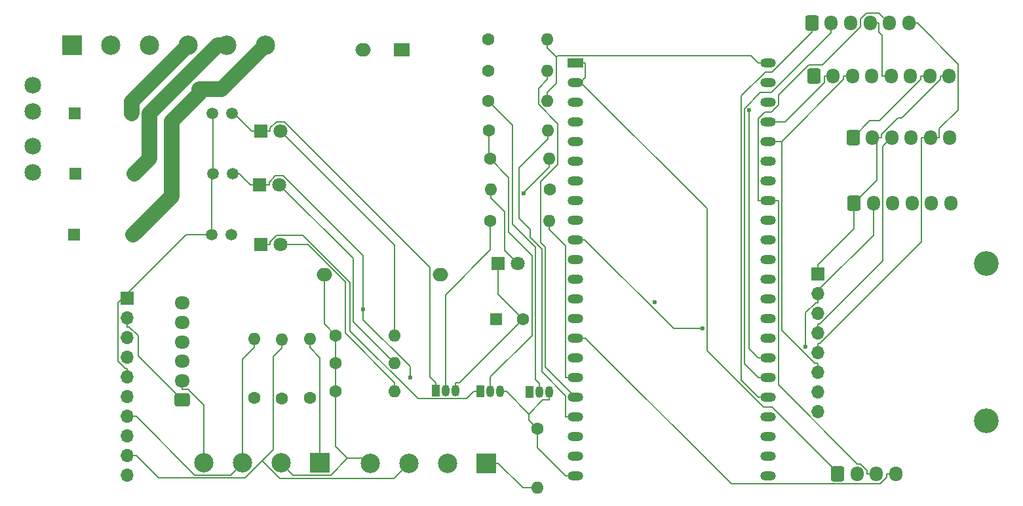
<source format=gbr>
%TF.GenerationSoftware,KiCad,Pcbnew,8.0.8*%
%TF.CreationDate,2026-01-05T18:13:38-07:00*%
%TF.ProjectId,Traeger rev 2.3.0.kicad_pro,54726165-6765-4722-9072-657620322e33,rev?*%
%TF.SameCoordinates,Original*%
%TF.FileFunction,Copper,L2,Bot*%
%TF.FilePolarity,Positive*%
%FSLAX46Y46*%
G04 Gerber Fmt 4.6, Leading zero omitted, Abs format (unit mm)*
G04 Created by KiCad (PCBNEW 8.0.8) date 2026-01-05 18:13:38*
%MOMM*%
%LPD*%
G01*
G04 APERTURE LIST*
G04 Aperture macros list*
%AMRoundRect*
0 Rectangle with rounded corners*
0 $1 Rounding radius*
0 $2 $3 $4 $5 $6 $7 $8 $9 X,Y pos of 4 corners*
0 Add a 4 corners polygon primitive as box body*
4,1,4,$2,$3,$4,$5,$6,$7,$8,$9,$2,$3,0*
0 Add four circle primitives for the rounded corners*
1,1,$1+$1,$2,$3*
1,1,$1+$1,$4,$5*
1,1,$1+$1,$6,$7*
1,1,$1+$1,$8,$9*
0 Add four rect primitives between the rounded corners*
20,1,$1+$1,$2,$3,$4,$5,0*
20,1,$1+$1,$4,$5,$6,$7,0*
20,1,$1+$1,$6,$7,$8,$9,0*
20,1,$1+$1,$8,$9,$2,$3,0*%
G04 Aperture macros list end*
%TA.AperFunction,ComponentPad*%
%ADD10C,1.600000*%
%TD*%
%TA.AperFunction,ComponentPad*%
%ADD11O,1.600000X1.600000*%
%TD*%
%TA.AperFunction,ComponentPad*%
%ADD12C,2.159000*%
%TD*%
%TA.AperFunction,ComponentPad*%
%ADD13R,1.800000X1.800000*%
%TD*%
%TA.AperFunction,ComponentPad*%
%ADD14C,1.800000*%
%TD*%
%TA.AperFunction,ComponentPad*%
%ADD15R,2.500000X2.500000*%
%TD*%
%TA.AperFunction,ComponentPad*%
%ADD16C,2.500000*%
%TD*%
%TA.AperFunction,ComponentPad*%
%ADD17R,2.000000X1.200000*%
%TD*%
%TA.AperFunction,ComponentPad*%
%ADD18O,2.000000X1.200000*%
%TD*%
%TA.AperFunction,ComponentPad*%
%ADD19RoundRect,0.250000X0.725000X-0.600000X0.725000X0.600000X-0.725000X0.600000X-0.725000X-0.600000X0*%
%TD*%
%TA.AperFunction,ComponentPad*%
%ADD20O,1.950000X1.700000*%
%TD*%
%TA.AperFunction,ComponentPad*%
%ADD21RoundRect,0.250000X-0.600000X-0.725000X0.600000X-0.725000X0.600000X0.725000X-0.600000X0.725000X0*%
%TD*%
%TA.AperFunction,ComponentPad*%
%ADD22O,1.700000X1.950000*%
%TD*%
%TA.AperFunction,ComponentPad*%
%ADD23R,1.700000X1.700000*%
%TD*%
%TA.AperFunction,ComponentPad*%
%ADD24O,1.700000X1.700000*%
%TD*%
%TA.AperFunction,ComponentPad*%
%ADD25R,1.508000X1.508000*%
%TD*%
%TA.AperFunction,ComponentPad*%
%ADD26C,1.508000*%
%TD*%
%TA.AperFunction,ComponentPad*%
%ADD27C,3.200000*%
%TD*%
%TA.AperFunction,ComponentPad*%
%ADD28R,1.050000X1.500000*%
%TD*%
%TA.AperFunction,ComponentPad*%
%ADD29O,1.050000X1.500000*%
%TD*%
%TA.AperFunction,ComponentPad*%
%ADD30R,2.000000X1.700000*%
%TD*%
%TA.AperFunction,ComponentPad*%
%ADD31O,2.000000X1.700000*%
%TD*%
%TA.AperFunction,ComponentPad*%
%ADD32R,1.600000X1.600000*%
%TD*%
%TA.AperFunction,ViaPad*%
%ADD33C,0.600000*%
%TD*%
%TA.AperFunction,Conductor*%
%ADD34C,0.200000*%
%TD*%
%TA.AperFunction,Conductor*%
%ADD35C,2.000000*%
%TD*%
G04 APERTURE END LIST*
D10*
%TO.P,R6,1*%
%TO.N,Net-(Q2-B)*%
X171680000Y-63690000D03*
D11*
%TO.P,R6,2*%
%TO.N,GND*%
X179300000Y-63690000D03*
%TD*%
D12*
%TO.P,F1,1*%
%TO.N,Net-(J9-Pin_1)*%
X112810000Y-61658000D03*
X112810000Y-65064001D03*
%TO.P,F1,2*%
%TO.N,PWR*%
X112810000Y-69534002D03*
X112810000Y-72940004D03*
%TD*%
D13*
%TO.P,D7,1,K*%
%TO.N,Net-(D7-K)*%
X142260000Y-82250000D03*
D14*
%TO.P,D7,2,A*%
%TO.N,Net-(D7-A)*%
X144800000Y-82250000D03*
%TD*%
D13*
%TO.P,D1,1,K*%
%TO.N,Net-(D1-K)*%
X142280000Y-67570000D03*
D14*
%TO.P,D1,2,A*%
%TO.N,Net-(D1-A)*%
X144820000Y-67570000D03*
%TD*%
D10*
%TO.P,R23,1*%
%TO.N,VCC*%
X179630000Y-75120000D03*
D11*
%TO.P,R23,2*%
%TO.N,Net-(D9-A)*%
X172010000Y-75120000D03*
%TD*%
D15*
%TO.P,J7,1,Pin_1*%
%TO.N,ADC1_A1*%
X149910000Y-110440000D03*
D16*
%TO.P,J7,2,Pin_2*%
%TO.N,VCC*%
X144910000Y-110440000D03*
%TO.P,J7,3,Pin_3*%
%TO.N,ADC1_A0*%
X139910000Y-110440000D03*
%TO.P,J7,4,Pin_4*%
%TO.N,VCC*%
X134910000Y-110440000D03*
%TD*%
D17*
%TO.P,U1,1,3V3*%
%TO.N,3V3*%
X182930000Y-58740000D03*
D18*
%TO.P,U1,2,3V3*%
X182930000Y-61280000D03*
%TO.P,U1,3,CHIP_PU*%
%TO.N,unconnected-(U1-CHIP_PU-Pad3)*%
X182930000Y-63820000D03*
%TO.P,U1,4,GPIO4/ADC1_CH3*%
%TO.N,MISO_SDO*%
X182930000Y-66360000D03*
%TO.P,U1,5,GPIO5/ADC1_CH4*%
%TO.N,Disp_D{slash}C*%
X182930000Y-68900000D03*
%TO.P,U1,6,GPIO6/ADC1_CH5*%
%TO.N,Disp_RESET*%
X182930000Y-71440000D03*
%TO.P,U1,7,GPIO7/ADC1_CH6*%
%TO.N,Disp_CS*%
X182930000Y-73980000D03*
%TO.P,U1,8,GPIO15/ADC2_CH4/32K_P*%
%TO.N,CS_MAX6675*%
X182930000Y-76520000D03*
%TO.P,U1,9,GPIO16/ADC2_CH5/32K_N*%
%TO.N,unconnected-(U1-GPIO16{slash}ADC2_CH5{slash}32K_N-Pad9)*%
X182930000Y-79060000D03*
%TO.P,U1,10,GPIO17/ADC2_CH6*%
%TO.N,MAX31865_CS*%
X182930000Y-81600000D03*
%TO.P,U1,11,GPIO18/ADC2_CH7*%
%TO.N,Rotary pin_a*%
X182930000Y-84140000D03*
%TO.P,U1,12,GPIO8/ADC1_CH7*%
%TO.N,Rotary pin_b*%
X182930000Y-86680000D03*
%TO.P,U1,13,GPIO3/ADC1_CH2*%
%TO.N,Rotarty - SW*%
X182930000Y-89220000D03*
%TO.P,U1,14,GPIO46*%
%TO.N,unconnected-(U1-GPIO46-Pad14)*%
X182930000Y-91760000D03*
%TO.P,U1,15,GPIO9/ADC1_CH8*%
%TO.N,SDA*%
X182930000Y-94300000D03*
%TO.P,U1,16,GPIO10/ADC1_CH9*%
%TO.N,POWER SW*%
X182930000Y-96840000D03*
%TO.P,U1,17,GPIO11/ADC2_CH0*%
%TO.N,R_FANS*%
X182930000Y-99380000D03*
%TO.P,U1,18,GPIO12/ADC2_CH1*%
%TO.N,R_AUG1*%
X182930000Y-101920000D03*
%TO.P,U1,19,GPIO13/ADC2_CH2*%
%TO.N,R_IGN1*%
X182930000Y-104460000D03*
%TO.P,U1,20,GPIO14/ADC2_CH3*%
%TO.N,SMOKE SW*%
X182926320Y-106997280D03*
%TO.P,U1,21,5V*%
%TO.N,VCC*%
X182926320Y-109537280D03*
%TO.P,U1,22,GND*%
%TO.N,GND*%
X182926320Y-112077280D03*
%TO.P,U1,23,GND*%
X207830000Y-112070000D03*
%TO.P,U1,24,GND*%
X207830000Y-109530000D03*
%TO.P,U1,25,GPIO19/USB_D-*%
%TO.N,unconnected-(U1-GPIO19{slash}USB_D--Pad25)*%
X207830000Y-106990000D03*
%TO.P,U1,26,GPIO20/USB_D+*%
%TO.N,unconnected-(U1-GPIO20{slash}USB_D+-Pad26)*%
X207830000Y-104450000D03*
%TO.P,U1,27,GPIO21*%
%TO.N,Touch_T_CS*%
X207830000Y-101910000D03*
%TO.P,U1,28,GPIO47*%
%TO.N,Touch_T_IRQ*%
X207830000Y-99370000D03*
%TO.P,U1,29,GPIO48*%
%TO.N,Disp_RESET*%
X207830000Y-96830000D03*
%TO.P,U1,30,GPIO45*%
%TO.N,TEMP UP*%
X207830000Y-94290000D03*
%TO.P,U1,31,GPIO0*%
%TO.N,unconnected-(U1-GPIO0-Pad31)*%
X207830000Y-91750000D03*
%TO.P,U1,32,GPIO35*%
%TO.N,unconnected-(U1-GPIO35-Pad32)*%
X207830000Y-89210000D03*
%TO.P,U1,33,GPIO36*%
%TO.N,unconnected-(U1-GPIO36-Pad33)*%
X207830000Y-86670000D03*
%TO.P,U1,34,GPIO37*%
%TO.N,unconnected-(U1-GPIO37-Pad34)*%
X207830000Y-84130000D03*
%TO.P,U1,35,GPIO38*%
%TO.N,TEMP DOWN*%
X207830000Y-81590000D03*
%TO.P,U1,36,GPIO39/MTCK*%
%TO.N,unconnected-(U1-GPIO39{slash}MTCK-Pad36)*%
X207830000Y-79050000D03*
%TO.P,U1,37,GPIO40/MTDO*%
%TO.N,SCL*%
X207830000Y-76510000D03*
%TO.P,U1,38,GPIO41/MTDI*%
%TO.N,unconnected-(U1-GPIO41{slash}MTDI-Pad38)*%
X207830000Y-73970000D03*
%TO.P,U1,39,GPIO42/MTMS*%
%TO.N,unconnected-(U1-GPIO42{slash}MTMS-Pad39)*%
X207830000Y-71430000D03*
%TO.P,U1,40,GPIO2/ADC1_CH1*%
%TO.N,MOSI_SDI*%
X207830000Y-68890000D03*
%TO.P,U1,41,GPIO1/ADC1_CH0*%
%TO.N,Disp_SCK+Touch_CLK*%
X207830000Y-66350000D03*
%TO.P,U1,42,GPIO44/U0RXD*%
%TO.N,unconnected-(U1-GPIO44{slash}U0RXD-Pad42)*%
X207830000Y-63810000D03*
%TO.P,U1,43,GPIO43/U0TXD*%
%TO.N,unconnected-(U1-GPIO43{slash}U0TXD-Pad43)*%
X207830000Y-61270000D03*
%TO.P,U1,44,GND*%
%TO.N,GND*%
X207830000Y-58730000D03*
%TD*%
D10*
%TO.P,R16,1*%
%TO.N,VCC*%
X151930000Y-97565000D03*
D11*
%TO.P,R16,2*%
%TO.N,Net-(D2-A)*%
X159550000Y-97565000D03*
%TD*%
D19*
%TO.P,J5,1,Pin_1*%
%TO.N,GND*%
X132090000Y-102300000D03*
D20*
%TO.P,J5,2,Pin_2*%
%TO.N,VCC*%
X132090000Y-99800000D03*
%TO.P,J5,3,Pin_3*%
%TO.N,Rotarty - SW*%
X132090000Y-97300000D03*
%TO.P,J5,4,Pin_4*%
%TO.N,Rotary pin_a*%
X132090000Y-94800000D03*
%TO.P,J5,5,Pin_5*%
%TO.N,Rotary pin_b*%
X132090000Y-92300000D03*
%TO.P,J5,6,Pin_6*%
%TO.N,unconnected-(J5-Pin_6-Pad6)*%
X132090000Y-89800000D03*
%TD*%
D21*
%TO.P,J1,1,Pin_1*%
%TO.N,GND*%
X218790000Y-68430000D03*
D22*
%TO.P,J1,2,Pin_2*%
%TO.N,VCC*%
X221290000Y-68430000D03*
%TO.P,J1,3,Pin_3*%
%TO.N,Disp_SCK+Touch_CLK*%
X223790000Y-68430000D03*
%TO.P,J1,4,Pin_4*%
%TO.N,CS_MAX6675*%
X226290000Y-68430000D03*
%TO.P,J1,5,Pin_5*%
%TO.N,MISO_SDO*%
X228790000Y-68430000D03*
%TO.P,J1,6,Pin_6*%
%TO.N,unconnected-(J1-Pin_6-Pad6)*%
X231290000Y-68430000D03*
%TD*%
D23*
%TO.P,J6,1,Pin_1*%
%TO.N,VCC*%
X125020000Y-89180000D03*
D24*
%TO.P,J6,2,Pin_2*%
%TO.N,GND*%
X125020000Y-91720000D03*
%TO.P,J6,3,Pin_3*%
%TO.N,SCL*%
X125020000Y-94260000D03*
%TO.P,J6,4,Pin_4*%
%TO.N,SDA*%
X125020000Y-96800000D03*
%TO.P,J6,5,Pin_5*%
%TO.N,VCC*%
X125020000Y-99340000D03*
%TO.P,J6,6,Pin_6*%
%TO.N,unconnected-(J6-Pin_6-Pad6)*%
X125020000Y-101880000D03*
%TO.P,J6,7,Pin_7*%
%TO.N,ADC1_A0*%
X125020000Y-104420000D03*
%TO.P,J6,8,Pin_8*%
%TO.N,ADC1_A1*%
X125020000Y-106960000D03*
%TO.P,J6,9,Pin_9*%
%TO.N,ADC1_A2*%
X125020000Y-109500000D03*
%TO.P,J6,10,Pin_10*%
%TO.N,ADC1_A3*%
X125020000Y-112040000D03*
%TD*%
D25*
%TO.P,K6,1*%
%TO.N,PWR*%
X118180000Y-80960000D03*
D26*
%TO.P,K6,2*%
%TO.N,IGN1*%
X125800000Y-80960000D03*
%TO.P,K6,3*%
%TO.N,VCC*%
X135960000Y-80960000D03*
%TO.P,K6,4*%
%TO.N,Net-(D7-K)*%
X138500000Y-80960000D03*
%TD*%
D27*
%TO.P,U$19,P$1*%
%TO.N,N/C*%
X236020000Y-105020100D03*
%TD*%
D10*
%TO.P,R4,1*%
%TO.N,GND*%
X141430000Y-102050000D03*
D11*
%TO.P,R4,2*%
%TO.N,ADC1_A0*%
X141430000Y-94430000D03*
%TD*%
D10*
%TO.P,R7,1*%
%TO.N,GND*%
X145020000Y-102090000D03*
D11*
%TO.P,R7,2*%
%TO.N,ADC1_A2*%
X145020000Y-94470000D03*
%TD*%
D28*
%TO.P,Q6,1,C*%
%TO.N,Net-(D7-K)*%
X170627000Y-101220000D03*
D29*
%TO.P,Q6,2,B*%
%TO.N,Net-(Q6-B)*%
X171897000Y-101220000D03*
%TO.P,Q6,3,E*%
%TO.N,GND*%
X173167000Y-101220000D03*
%TD*%
D15*
%TO.P,J9,1,Pin_1*%
%TO.N,Net-(J9-Pin_1)*%
X117880000Y-56490000D03*
D16*
%TO.P,J9,2,Pin_2*%
%TO.N,PWR-N*%
X122880000Y-56490000D03*
%TO.P,J9,3,Pin_3*%
X127880000Y-56490000D03*
%TO.P,J9,4,Pin_4*%
%TO.N,FAN*%
X132880000Y-56490000D03*
%TO.P,J9,5,Pin_5*%
%TO.N,AUG1*%
X137880000Y-56490000D03*
%TO.P,J9,6,Pin_6*%
%TO.N,IGN1*%
X142880000Y-56490000D03*
%TD*%
D27*
%TO.P,U$18,P$1*%
%TO.N,N/C*%
X236020000Y-84700100D03*
%TD*%
D25*
%TO.P,K3,1*%
%TO.N,PWR*%
X118290000Y-73120000D03*
D26*
%TO.P,K3,2*%
%TO.N,AUG1*%
X125910000Y-73120000D03*
%TO.P,K3,3*%
%TO.N,VCC*%
X136070000Y-73120000D03*
%TO.P,K3,4*%
%TO.N,Net-(D2-K)*%
X138610000Y-73120000D03*
%TD*%
D25*
%TO.P,K1,1*%
%TO.N,PWR*%
X118240000Y-65310000D03*
D26*
%TO.P,K1,2*%
%TO.N,FAN*%
X125860000Y-65310000D03*
%TO.P,K1,3*%
%TO.N,VCC*%
X136020000Y-65310000D03*
%TO.P,K1,4*%
%TO.N,Net-(D1-K)*%
X138560000Y-65310000D03*
%TD*%
D15*
%TO.P,J8,1,Pin_1*%
%TO.N,ADC1_A3*%
X171410000Y-110500000D03*
D16*
%TO.P,J8,2,Pin_2*%
%TO.N,VCC*%
X166410000Y-110500000D03*
%TO.P,J8,3,Pin_3*%
%TO.N,ADC1_A2*%
X161410000Y-110500000D03*
%TO.P,J8,4,Pin_4*%
%TO.N,VCC*%
X156410000Y-110500000D03*
%TD*%
D10*
%TO.P,R2,1*%
%TO.N,Net-(Q1-B)*%
X171700000Y-55740000D03*
D11*
%TO.P,R2,2*%
%TO.N,GND*%
X179320000Y-55740000D03*
%TD*%
D21*
%TO.P,Touch1,1,Pin_1*%
%TO.N,Touch_T_CS*%
X213480000Y-53640000D03*
D22*
%TO.P,Touch1,2,Pin_2*%
%TO.N,Touch_T_IRQ*%
X215980000Y-53640000D03*
%TO.P,Touch1,3,Pin_3*%
%TO.N,SDA*%
X218480000Y-53640000D03*
%TO.P,Touch1,4,Pin_4*%
%TO.N,Disp_RESET*%
X220980000Y-53640000D03*
%TO.P,Touch1,5,Pin_5*%
%TO.N,SCL*%
X223480000Y-53640000D03*
%TO.P,Touch1,6,Pin_6*%
%TO.N,MISO_SDO*%
X225980000Y-53640000D03*
%TD*%
D13*
%TO.P,D2,1,K*%
%TO.N,Net-(D2-K)*%
X142150000Y-74550000D03*
D14*
%TO.P,D2,2,A*%
%TO.N,Net-(D2-A)*%
X144690000Y-74550000D03*
%TD*%
D10*
%TO.P,R21,1*%
%TO.N,VCC*%
X151930000Y-101155000D03*
D11*
%TO.P,R21,2*%
%TO.N,Net-(D7-A)*%
X159550000Y-101155000D03*
%TD*%
D10*
%TO.P,R3,1*%
%TO.N,Net-(Q2-B)*%
X171700000Y-59790000D03*
D11*
%TO.P,R3,2*%
%TO.N,R_AUG1*%
X179320000Y-59790000D03*
%TD*%
D28*
%TO.P,Q2,1,C*%
%TO.N,Net-(D2-K)*%
X177017000Y-101260000D03*
D29*
%TO.P,Q2,2,B*%
%TO.N,Net-(Q2-B)*%
X178287000Y-101260000D03*
%TO.P,Q2,3,E*%
%TO.N,GND*%
X179557000Y-101260000D03*
%TD*%
D23*
%TO.P,J3,1,Pin_1*%
%TO.N,VCC*%
X214220000Y-86030000D03*
D24*
%TO.P,J3,2,Pin_2*%
%TO.N,GND*%
X214220000Y-88570000D03*
%TO.P,J3,3,Pin_3*%
%TO.N,unconnected-(J3-Pin_3-Pad3)*%
X214220000Y-91110000D03*
%TO.P,J3,4,Pin_4*%
%TO.N,Disp_SCK+Touch_CLK*%
X214220000Y-93650000D03*
%TO.P,J3,5,Pin_5*%
%TO.N,MISO_SDO*%
X214220000Y-96190000D03*
%TO.P,J3,6,Pin_6*%
%TO.N,MOSI_SDI*%
X214220000Y-98730000D03*
%TO.P,J3,7,Pin_7*%
%TO.N,MAX31865_CS*%
X214220000Y-101270000D03*
%TO.P,J3,8,Pin_8*%
%TO.N,unconnected-(J3-Pin_8-Pad8)*%
X214220000Y-103810000D03*
%TD*%
D30*
%TO.P,PS1,1,AC/L*%
%TO.N,PWR*%
X160460000Y-57060000D03*
D31*
%TO.P,PS1,2,AC/N*%
%TO.N,PWR-N*%
X155460000Y-57060000D03*
%TO.P,PS1,3,-Vout*%
%TO.N,GND*%
X165460000Y-86140000D03*
%TO.P,PS1,4,+Vout*%
%TO.N,VCC*%
X150460000Y-86140000D03*
%TD*%
D28*
%TO.P,Q1,1,C*%
%TO.N,Net-(D1-K)*%
X164887000Y-101110000D03*
D29*
%TO.P,Q1,2,B*%
%TO.N,Net-(Q1-B)*%
X166157000Y-101110000D03*
%TO.P,Q1,3,E*%
%TO.N,GND*%
X167427000Y-101110000D03*
%TD*%
D10*
%TO.P,R8,1*%
%TO.N,GND*%
X178010000Y-106030000D03*
D11*
%TO.P,R8,2*%
%TO.N,ADC1_A3*%
X178010000Y-113650000D03*
%TD*%
D13*
%TO.P,D9,1,K*%
%TO.N,GND*%
X172920000Y-84680000D03*
D14*
%TO.P,D9,2,A*%
%TO.N,Net-(D9-A)*%
X175460000Y-84680000D03*
%TD*%
D10*
%TO.P,R10,1*%
%TO.N,Net-(Q6-B)*%
X171760000Y-67480000D03*
D11*
%TO.P,R10,2*%
%TO.N,R_IGN1*%
X179380000Y-67480000D03*
%TD*%
D10*
%TO.P,R13,1*%
%TO.N,Net-(Q6-B)*%
X171880000Y-71170000D03*
D11*
%TO.P,R13,2*%
%TO.N,GND*%
X179500000Y-71170000D03*
%TD*%
D21*
%TO.P,Display1,1,Pin_1*%
%TO.N,VCC*%
X213710000Y-60480000D03*
D22*
%TO.P,Display1,2,Pin_2*%
%TO.N,Disp_SCK+Touch_CLK*%
X216210000Y-60480000D03*
%TO.P,Display1,3,Pin_3*%
%TO.N,MOSI_SDI*%
X218710000Y-60480000D03*
%TO.P,Display1,4,Pin_4*%
%TO.N,Disp_D{slash}C*%
X221210000Y-60480000D03*
%TO.P,Display1,5,Pin_5*%
%TO.N,Disp_RESET*%
X223710000Y-60480000D03*
%TO.P,Display1,6,Pin_6*%
%TO.N,Disp_CS*%
X226210000Y-60480000D03*
%TO.P,Display1,7,Pin_7*%
%TO.N,GND*%
X228710000Y-60480000D03*
%TO.P,Display1,8,Pin_8*%
%TO.N,VCC*%
X231210000Y-60480000D03*
%TD*%
D21*
%TO.P,J2,1,Pin_1*%
%TO.N,3V3*%
X216790000Y-111870000D03*
D22*
%TO.P,J2,2,Pin_2*%
%TO.N,GND*%
X219290000Y-111870000D03*
%TO.P,J2,3,Pin_3*%
%TO.N,SCL*%
X221790000Y-111870000D03*
%TO.P,J2,4,Pin_4*%
%TO.N,SDA*%
X224290000Y-111870000D03*
%TD*%
D10*
%TO.P,R15,1*%
%TO.N,VCC*%
X151930000Y-93975000D03*
D11*
%TO.P,R15,2*%
%TO.N,Net-(D1-A)*%
X159550000Y-93975000D03*
%TD*%
D10*
%TO.P,R1,1*%
%TO.N,Net-(Q1-B)*%
X171930000Y-79190000D03*
D11*
%TO.P,R1,2*%
%TO.N,R_FANS*%
X179550000Y-79190000D03*
%TD*%
D10*
%TO.P,R5,1*%
%TO.N,GND*%
X148610000Y-102060000D03*
D11*
%TO.P,R5,2*%
%TO.N,ADC1_A1*%
X148610000Y-94440000D03*
%TD*%
D21*
%TO.P,J10,1,Pin_1*%
%TO.N,VCC*%
X218910000Y-76890000D03*
D22*
%TO.P,J10,2,Pin_2*%
%TO.N,GND*%
X221410000Y-76890000D03*
%TO.P,J10,3,Pin_3*%
%TO.N,TEMP DOWN*%
X223910000Y-76890000D03*
%TO.P,J10,4,Pin_4*%
%TO.N,TEMP UP*%
X226410000Y-76890000D03*
%TO.P,J10,5,Pin_5*%
%TO.N,SMOKE SW*%
X228910000Y-76890000D03*
%TO.P,J10,6,Pin_6*%
%TO.N,POWER SW*%
X231410000Y-76890000D03*
%TD*%
D32*
%TO.P,C1,1*%
%TO.N,VCC*%
X172657300Y-91870000D03*
D10*
%TO.P,C1,2*%
%TO.N,GND*%
X176157300Y-91870000D03*
%TD*%
D33*
%TO.N,GND*%
X212607000Y-95410700D03*
X176254000Y-75635300D03*
%TO.N,Net-(D2-K)*%
X155481000Y-90636800D03*
X161568000Y-99374700D03*
%TO.N,SMOKE SW*%
X193178000Y-89714600D03*
%TO.N,Disp_RESET*%
X205396000Y-64898400D03*
%TO.N,MAX31865_CS*%
X199309000Y-93103000D03*
%TD*%
D34*
%TO.N,FAN*%
X125614000Y-64533000D02*
X125860000Y-64779000D01*
D35*
X132880000Y-56490000D02*
X125614000Y-63756000D01*
D34*
X125860000Y-64779000D02*
X125860000Y-65310000D01*
D35*
X125614000Y-64533000D02*
X125614000Y-65310000D01*
X125614000Y-63756000D02*
X125614000Y-64533000D01*
D34*
%TO.N,GND*%
X212607000Y-95410700D02*
X212607000Y-91066200D01*
X176254000Y-75635300D02*
X176254000Y-75517700D01*
X180491100Y-58012800D02*
X180665600Y-57838300D01*
X221410000Y-81019800D02*
X214435700Y-87994100D01*
X179300000Y-62588300D02*
X180491100Y-61397200D01*
X212607000Y-91066200D02*
X213951500Y-89721700D01*
X173167000Y-101220000D02*
X173993700Y-101220000D01*
X179557000Y-101260000D02*
X179557000Y-102311700D01*
X172920000Y-84680000D02*
X172920000Y-88632700D01*
X176891000Y-104117400D02*
X176891100Y-104117300D01*
X179320000Y-55740000D02*
X179320000Y-56841700D01*
X220961000Y-66259000D02*
X218790000Y-68430000D01*
X182926300Y-112077300D02*
X181624600Y-112077300D01*
X214220000Y-88570000D02*
X214220000Y-87994100D01*
X227558300Y-60911900D02*
X222211200Y-66259000D01*
X207830000Y-58730000D02*
X206528300Y-58730000D01*
X221410000Y-76890000D02*
X221410000Y-81019800D01*
X176891100Y-104117300D02*
X178696700Y-102311700D01*
X178010000Y-106030000D02*
X178010000Y-108462700D01*
X227558300Y-60480000D02*
X227558300Y-60911900D01*
X176891100Y-104117300D02*
X173993700Y-101220000D01*
X176891000Y-104911000D02*
X176891000Y-104117400D01*
X214435700Y-87994100D02*
X214220000Y-87994100D01*
X126409800Y-93993000D02*
X125288500Y-92871700D01*
X125020000Y-91720000D02*
X125020000Y-92871700D01*
X126409800Y-96619800D02*
X126409800Y-93993000D01*
X179500000Y-71170000D02*
X179500000Y-72271700D01*
X222211200Y-66259000D02*
X220961000Y-66259000D01*
X167969000Y-100058300D02*
X167427000Y-100058300D01*
X213951500Y-89721700D02*
X214220000Y-89721700D01*
X178696700Y-102311700D02*
X179557000Y-102311700D01*
X176254000Y-75517700D02*
X179500000Y-72271700D01*
X125288500Y-92871700D02*
X125020000Y-92871700D01*
X167427000Y-101110000D02*
X167427000Y-100058300D01*
X179300000Y-63690000D02*
X179300000Y-62588300D01*
X176157300Y-91870000D02*
X167969000Y-100058300D01*
X228710000Y-60480000D02*
X227558300Y-60480000D01*
X180491100Y-61397200D02*
X180491100Y-58012800D01*
X180665600Y-57838300D02*
X205636600Y-57838300D01*
X178010000Y-108462700D02*
X181624600Y-112077300D01*
X214220000Y-88570000D02*
X214220000Y-89721700D01*
X132090000Y-102300000D02*
X126409800Y-96619800D01*
X205636600Y-57838300D02*
X206528300Y-58730000D01*
X180491100Y-58012800D02*
X179320000Y-56841700D01*
X178010000Y-106030000D02*
X176891000Y-104911000D01*
X172920000Y-88632700D02*
X176157300Y-91870000D01*
%TO.N,Net-(D1-K)*%
X138818300Y-65310000D02*
X141078300Y-67570000D01*
X164158300Y-99329600D02*
X164158300Y-85199000D01*
X145327600Y-66368300D02*
X144307800Y-66368300D01*
X138560000Y-65310000D02*
X138818300Y-65310000D01*
X164887000Y-101110000D02*
X164887000Y-100058300D01*
X143481700Y-67194400D02*
X143481700Y-67570000D01*
X164158300Y-85199000D02*
X145327600Y-66368300D01*
X164887000Y-100058300D02*
X164158300Y-99329600D01*
X144307800Y-66368300D02*
X143481700Y-67194400D01*
X142280000Y-67570000D02*
X141078300Y-67570000D01*
X142280000Y-67570000D02*
X143481700Y-67570000D01*
%TO.N,Net-(Q1-B)*%
X166157000Y-88713900D02*
X171930000Y-82940900D01*
X166157000Y-101110000D02*
X166157000Y-88713900D01*
X171930000Y-82940900D02*
X171930000Y-79190000D01*
%TO.N,Net-(D1-A)*%
X159550000Y-82300000D02*
X159550000Y-93975000D01*
X144820000Y-67570000D02*
X159550000Y-82300000D01*
%TO.N,Net-(Q2-B)*%
X178287000Y-100208300D02*
X177741800Y-99663100D01*
X177741800Y-82552700D02*
X174771600Y-79582500D01*
X178287000Y-101260000D02*
X178287000Y-100208300D01*
X174771600Y-66781600D02*
X171680000Y-63690000D01*
X177741800Y-99663100D02*
X177741800Y-82552700D01*
X174771600Y-79582500D02*
X174771600Y-66781600D01*
%TO.N,Net-(D2-A)*%
X154184600Y-84044600D02*
X144690000Y-74550000D01*
X154184600Y-92199600D02*
X154184600Y-84044600D01*
X159550000Y-97565000D02*
X154184600Y-92199600D01*
%TO.N,ADC1_A3*%
X171410000Y-110500000D02*
X172961700Y-110500000D01*
X178010000Y-113650000D02*
X176111700Y-113650000D01*
X176111700Y-113650000D02*
X172961700Y-110500000D01*
%TO.N,Net-(D2-K)*%
X142150000Y-74550000D02*
X143351700Y-74550000D01*
X161568000Y-98007800D02*
X155481000Y-91920800D01*
X155481000Y-83631700D02*
X145197600Y-73348300D01*
X138610000Y-73120000D02*
X139518300Y-73120000D01*
X155481000Y-90636800D02*
X155481000Y-83631700D01*
X155481000Y-91920800D02*
X155481000Y-90636800D01*
X161568000Y-99374700D02*
X161568000Y-98007800D01*
X144177800Y-73348300D02*
X143351700Y-74174400D01*
X139518300Y-73120000D02*
X140948300Y-74550000D01*
X142150000Y-74550000D02*
X140948300Y-74550000D01*
X143351700Y-74174400D02*
X143351700Y-74550000D01*
X145197600Y-73348300D02*
X144177800Y-73348300D01*
%TO.N,ADC1_A1*%
X148610000Y-95541700D02*
X149910000Y-96841700D01*
X148610000Y-94440000D02*
X148610000Y-95541700D01*
X149910000Y-110440000D02*
X149910000Y-108888300D01*
X149910000Y-96841700D02*
X149910000Y-108888300D01*
%TO.N,ADC1_A2*%
X145020000Y-94470000D02*
X145020000Y-95571700D01*
X159457300Y-112452700D02*
X161410000Y-110500000D01*
X143918300Y-96673400D02*
X143918300Y-108710900D01*
X144727400Y-112452700D02*
X159457300Y-112452700D01*
X140228200Y-112401000D02*
X129072700Y-112401000D01*
X129072700Y-112401000D02*
X126171700Y-109500000D01*
X145020000Y-95571700D02*
X143918300Y-96673400D01*
X125020000Y-109500000D02*
X126171700Y-109500000D01*
X142452000Y-110177200D02*
X144727400Y-112452700D01*
X143918300Y-108710900D02*
X142452000Y-110177200D01*
X142452000Y-110177200D02*
X140228200Y-112401000D01*
%TO.N,ADC1_A0*%
X139910000Y-110440000D02*
X138357700Y-111992300D01*
X133744000Y-111992300D02*
X126171700Y-104420000D01*
X125020000Y-104420000D02*
X126171700Y-104420000D01*
X139910000Y-97051700D02*
X139910000Y-110440000D01*
X141430000Y-95531700D02*
X139910000Y-97051700D01*
X141430000Y-94430000D02*
X141430000Y-95531700D01*
X138357700Y-111992300D02*
X133744000Y-111992300D01*
%TO.N,Net-(Q6-B)*%
X171897000Y-101220000D02*
X171897000Y-99356900D01*
X171897000Y-99356900D02*
X177299600Y-93954300D01*
X174315400Y-80652600D02*
X174315400Y-73605400D01*
X177299600Y-83636800D02*
X174315400Y-80652600D01*
X171760000Y-71050000D02*
X171760000Y-67480000D01*
X177299600Y-93954300D02*
X177299600Y-83636800D01*
X174315400Y-73605400D02*
X171880000Y-71170000D01*
X171880000Y-71170000D02*
X171760000Y-71050000D01*
D35*
%TO.N,AUG1*%
X136687000Y-56490000D02*
X127914000Y-65263300D01*
X127914000Y-65263300D02*
X127914000Y-71116000D01*
X137880000Y-56490000D02*
X136687000Y-56490000D01*
X127914000Y-71116000D02*
X125910000Y-73120000D01*
%TO.N,IGN1*%
X137230000Y-62140000D02*
X134290000Y-62140000D01*
X142880000Y-56490000D02*
X137230000Y-62140000D01*
X134290000Y-62790000D02*
X130740000Y-66340000D01*
X134290000Y-62140000D02*
X134290000Y-62790000D01*
X130740000Y-66340000D02*
X130740000Y-76020000D01*
X130740000Y-76020000D02*
X125800000Y-80960000D01*
D34*
%TO.N,R_AUG1*%
X180633700Y-71932000D02*
X178447800Y-74117900D01*
X179320000Y-59790000D02*
X179320000Y-60891700D01*
X179034100Y-82567600D02*
X179034100Y-98024100D01*
X178447800Y-74117900D02*
X178447800Y-81981300D01*
X179034100Y-98024100D02*
X182930000Y-101920000D01*
X178160100Y-64144500D02*
X180633700Y-66618100D01*
X178160100Y-62051600D02*
X178160100Y-64144500D01*
X180633700Y-66618100D02*
X180633700Y-71932000D01*
X179320000Y-60891700D02*
X178160100Y-62051600D01*
X178447800Y-81981300D02*
X179034100Y-82567600D01*
%TO.N,R_IGN1*%
X175643100Y-78820600D02*
X175643100Y-72318600D01*
X182930000Y-104460000D02*
X181628300Y-104460000D01*
X181628300Y-101741900D02*
X178576700Y-98690300D01*
X175643100Y-72318600D02*
X179380000Y-68581700D01*
X178576700Y-98690300D02*
X178576700Y-82819600D01*
X177075000Y-81317900D02*
X177075000Y-80252500D01*
X177075000Y-80252500D02*
X175643100Y-78820600D01*
X178576700Y-82819600D02*
X177075000Y-81317900D01*
X181628300Y-104460000D02*
X181628300Y-101741900D01*
X179380000Y-67480000D02*
X179380000Y-68581700D01*
%TO.N,Touch_T_IRQ*%
X208272700Y-62624000D02*
X215980000Y-54916700D01*
X206528300Y-99370000D02*
X204774100Y-97615800D01*
X204774100Y-64661600D02*
X206811700Y-62624000D01*
X204774100Y-97615800D02*
X204774100Y-64661600D01*
X207830000Y-99370000D02*
X206528300Y-99370000D01*
X206811700Y-62624000D02*
X208272700Y-62624000D01*
X215980000Y-53640000D02*
X215980000Y-54916700D01*
%TO.N,MOSI_SDI*%
X209580200Y-93296500D02*
X209580200Y-68890000D01*
X218710000Y-60480000D02*
X217558300Y-60480000D01*
X217558300Y-60480000D02*
X217558300Y-60911900D01*
X217558300Y-60911900D02*
X209580200Y-68890000D01*
X213862000Y-97578300D02*
X209580200Y-93296500D01*
X209580200Y-68890000D02*
X207830000Y-68890000D01*
X214220000Y-97578300D02*
X213862000Y-97578300D01*
X214220000Y-98730000D02*
X214220000Y-97578300D01*
%TO.N,MISO_SDO*%
X214220000Y-96190000D02*
X214220000Y-95038300D01*
X214507900Y-95038300D02*
X227638300Y-81907900D01*
X228790000Y-68430000D02*
X229941700Y-68430000D01*
X214220000Y-95038300D02*
X214507900Y-95038300D01*
X232392600Y-64827400D02*
X229941700Y-67278300D01*
X229941700Y-67278300D02*
X229941700Y-68430000D01*
X227638300Y-81907900D02*
X227638300Y-68430000D01*
X225980000Y-53640000D02*
X227131700Y-53640000D01*
X232392600Y-58900900D02*
X232392600Y-64827400D01*
X228790000Y-68430000D02*
X227638300Y-68430000D01*
X227131700Y-53640000D02*
X232392600Y-58900900D01*
%TO.N,3V3*%
X216790000Y-111662100D02*
X216790000Y-111870000D01*
X183580900Y-61280000D02*
X184231700Y-60629200D01*
X183580900Y-61280000D02*
X199910700Y-77609800D01*
X184231700Y-60629200D02*
X184231700Y-58740000D01*
X208307900Y-103180000D02*
X216790000Y-111662100D01*
X199910700Y-77609800D02*
X199910700Y-95899000D01*
X207191700Y-103180000D02*
X208307900Y-103180000D01*
X199910700Y-95899000D02*
X207191700Y-103180000D01*
X182930000Y-58740000D02*
X184231700Y-58740000D01*
X182930000Y-61280000D02*
X183580900Y-61280000D01*
%TO.N,R_FANS*%
X179550000Y-79190000D02*
X179550000Y-80291700D01*
X181628300Y-82370000D02*
X179550000Y-80291700D01*
X181628300Y-99380000D02*
X181628300Y-82370000D01*
X182930000Y-99380000D02*
X181628300Y-99380000D01*
%TO.N,SDA*%
X182930000Y-94300000D02*
X184231700Y-94300000D01*
X223138300Y-111870000D02*
X223138300Y-112301900D01*
X222284700Y-113155500D02*
X203087200Y-113155500D01*
X203087200Y-113155500D02*
X184231700Y-94300000D01*
X224290000Y-111870000D02*
X223138300Y-111870000D01*
X223138300Y-112301900D02*
X222284700Y-113155500D01*
%TO.N,SCL*%
X219767100Y-110593300D02*
X219342600Y-110593300D01*
X219730000Y-54146400D02*
X214861300Y-59015100D01*
X219342600Y-110593300D02*
X209131700Y-100382400D01*
X209141000Y-62925200D02*
X209141000Y-64182400D01*
X214861300Y-59015100D02*
X213051100Y-59015100D01*
X208243400Y-65080000D02*
X207386600Y-65080000D01*
X220496100Y-52311200D02*
X219730000Y-53077300D01*
X207830000Y-76510000D02*
X206528300Y-76510000D01*
X207386600Y-65080000D02*
X206528300Y-65938300D01*
X219730000Y-53077300D02*
X219730000Y-54146400D01*
X206528300Y-65938300D02*
X206528300Y-76510000D01*
X223480000Y-53640000D02*
X222151200Y-52311200D01*
X213051100Y-59015100D02*
X209141000Y-62925200D01*
X221790000Y-111870000D02*
X220638300Y-111870000D01*
X220638300Y-111464500D02*
X219767100Y-110593300D01*
X209131700Y-100382400D02*
X209131700Y-76510000D01*
X220638300Y-111870000D02*
X220638300Y-111464500D01*
X209141000Y-64182400D02*
X208243400Y-65080000D01*
X222151200Y-52311200D02*
X220496100Y-52311200D01*
X207830000Y-76510000D02*
X209131700Y-76510000D01*
%TO.N,Touch_T_CS*%
X204372000Y-63019900D02*
X204372000Y-99753700D01*
X208343900Y-59955100D02*
X207436800Y-59955100D01*
X204372000Y-99753700D02*
X206528300Y-101910000D01*
X213480000Y-54819000D02*
X208343900Y-59955100D01*
X207830000Y-101910000D02*
X206528300Y-101910000D01*
X207436800Y-59955100D02*
X204372000Y-63019900D01*
X213480000Y-53640000D02*
X213480000Y-54819000D01*
%TO.N,Disp_SCK+Touch_CLK*%
X214220000Y-93650000D02*
X214220000Y-92498300D01*
X214488500Y-92498300D02*
X214220000Y-92498300D01*
X215058300Y-60480000D02*
X215058300Y-61271800D01*
X216210000Y-60480000D02*
X215058300Y-60480000D01*
X223790000Y-68430000D02*
X222660000Y-69560000D01*
X209980100Y-66350000D02*
X207830000Y-66350000D01*
X215058300Y-61271800D02*
X209980100Y-66350000D01*
X222660000Y-69560000D02*
X222660000Y-84326800D01*
X222660000Y-84326800D02*
X214488500Y-92498300D01*
%TO.N,Disp_RESET*%
X223710000Y-60480000D02*
X222558300Y-60480000D01*
X205396000Y-95697700D02*
X206528300Y-96830000D01*
X205396000Y-64898400D02*
X205396000Y-95697700D01*
X207830000Y-96830000D02*
X206528300Y-96830000D01*
X222558300Y-60480000D02*
X222558300Y-55218300D01*
X222131700Y-54791700D02*
X222131700Y-53640000D01*
X222558300Y-55218300D02*
X222131700Y-54791700D01*
X220980000Y-53640000D02*
X222131700Y-53640000D01*
%TO.N,MAX31865_CS*%
X184231700Y-81693400D02*
X184231700Y-81600000D01*
X182930000Y-81600000D02*
X184231700Y-81600000D01*
X199309000Y-93103000D02*
X195641300Y-93103000D01*
X195641300Y-93103000D02*
X184231700Y-81693400D01*
%TO.N,VCC*%
X146461700Y-111991700D02*
X144910000Y-110440000D01*
X214220000Y-84878300D02*
X218910000Y-80188300D01*
X125020000Y-88604100D02*
X132664100Y-80960000D01*
X155752000Y-109842000D02*
X156410000Y-110500000D01*
X225125400Y-65844800D02*
X224575200Y-65844800D01*
X218910000Y-80188300D02*
X218910000Y-76890000D01*
X123857500Y-97294300D02*
X123857500Y-89766600D01*
X132090000Y-99800000D02*
X132090000Y-100951700D01*
X132857400Y-100951700D02*
X132090000Y-100951700D01*
X125020000Y-89180000D02*
X125020000Y-88604100D01*
X136020000Y-65310000D02*
X136070000Y-65360000D01*
X135960000Y-73230000D02*
X136070000Y-73120000D01*
X123857500Y-89766600D02*
X125020000Y-88604100D01*
X125020000Y-98188300D02*
X124751500Y-98188300D01*
X221864900Y-73935100D02*
X218910000Y-76890000D01*
X221290000Y-68430000D02*
X221864900Y-68430000D01*
X151930000Y-101155000D02*
X151930000Y-108307000D01*
X221864900Y-68430000D02*
X222441700Y-68430000D01*
X151315300Y-111991700D02*
X146461700Y-111991700D01*
X151930000Y-93975000D02*
X151930000Y-97565000D01*
X124751500Y-98188300D02*
X123857500Y-97294300D01*
X136070000Y-65360000D02*
X136070000Y-73120000D01*
X153465000Y-109842000D02*
X151315300Y-111991700D01*
X230058300Y-60911900D02*
X225125400Y-65844800D01*
X214220000Y-86030000D02*
X214220000Y-84878300D01*
X132664100Y-80960000D02*
X135960000Y-80960000D01*
X134910000Y-103004300D02*
X132857400Y-100951700D01*
X135960000Y-80960000D02*
X135960000Y-73230000D01*
X221864900Y-68430000D02*
X221864900Y-73935100D01*
X222441700Y-67978300D02*
X222441700Y-68430000D01*
X224575200Y-65844800D02*
X222441700Y-67978300D01*
X153465000Y-109842000D02*
X155752000Y-109842000D01*
X125020000Y-99340000D02*
X125020000Y-98188300D01*
X230058300Y-60480000D02*
X230058300Y-60911900D01*
X151930000Y-97565000D02*
X151930000Y-101155000D01*
X151930000Y-93975000D02*
X150460000Y-92505000D01*
X231210000Y-60480000D02*
X230058300Y-60480000D01*
X134910000Y-110440000D02*
X134910000Y-103004300D01*
X150460000Y-92505000D02*
X150460000Y-86140000D01*
X151930000Y-108307000D02*
X153465000Y-109842000D01*
%TO.N,Net-(D7-K)*%
X153782900Y-87096900D02*
X147734300Y-81048300D01*
X142260000Y-82250000D02*
X143461700Y-82250000D01*
X170627000Y-101220000D02*
X169800300Y-101220000D01*
X168858500Y-102161800D02*
X162576700Y-102161800D01*
X153782900Y-93368000D02*
X153782900Y-87096900D01*
X169800300Y-101220000D02*
X168858500Y-102161800D01*
X144287800Y-81048300D02*
X143461700Y-81874400D01*
X162576700Y-102161800D02*
X153782900Y-93368000D01*
X147734300Y-81048300D02*
X144287800Y-81048300D01*
X143461700Y-81874400D02*
X143461700Y-82250000D01*
%TO.N,Net-(D7-A)*%
X153181300Y-93684600D02*
X159550000Y-100053300D01*
X144800000Y-82250000D02*
X148357300Y-82250000D01*
X148357300Y-82250000D02*
X153181300Y-87074000D01*
X159550000Y-101155000D02*
X159550000Y-100053300D01*
X153181300Y-87074000D02*
X153181300Y-93684600D01*
%TO.N,Net-(D9-A)*%
X173747500Y-82967500D02*
X175460000Y-84680000D01*
X173747500Y-77959200D02*
X173747500Y-82967500D01*
X172010000Y-76221700D02*
X173747500Y-77959200D01*
X172010000Y-75120000D02*
X172010000Y-76221700D01*
%TD*%
M02*

</source>
